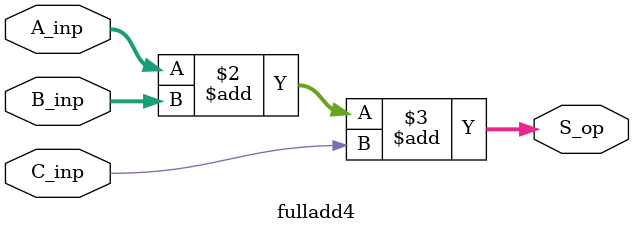
<source format=v>
`timescale 1ns / 1ps
module fulladd4(A_inp, B_inp, C_inp, S_op);

input [3:0] A_inp;
input [3:0] B_inp;
input C_inp;
output [3:0] S_op;
//output C_op; -----Not using

reg [3:0] S_op;
//reg C_op;

always @(A_inp or B_inp or C_inp) begin

S_op = A_inp + B_inp + C_inp;
//C_op = ((A_inp ^ B_inp) && C_inp) || (A_inp && B_inp);
//C_op = (A_inp && B_inp) || (A_inp && C_inp) || (B_inp && C_inp);

end 


endmodule

</source>
